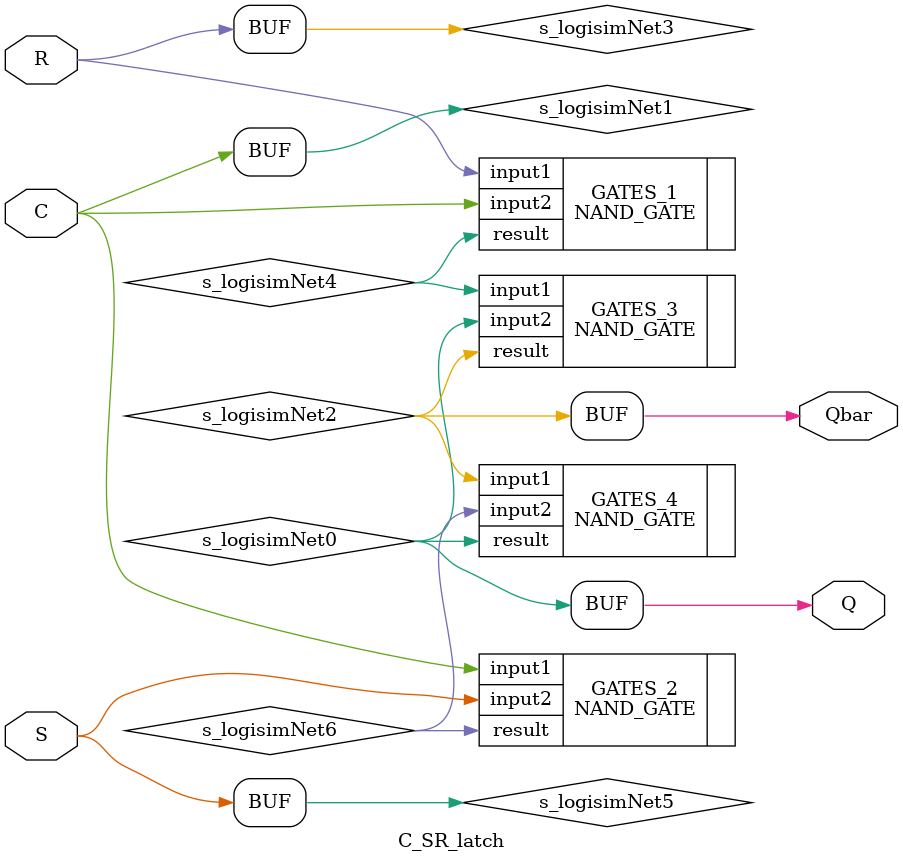
<source format=v>
/******************************************************************************
 ** Logisim-evolution goes FPGA automatic generated Verilog code             **
 ** https://github.com/logisim-evolution/                                    **
 **                                                                          **
 ** Component : C_SR_latch                                                   **
 **                                                                          **
 *****************************************************************************/

module C_SR_latch( C,
                   Q,
                   Qbar,
                   R,
                   S );

   /*******************************************************************************
   ** The inputs are defined here                                                **
   *******************************************************************************/
   input C;
   input R;
   input S;

   /*******************************************************************************
   ** The outputs are defined here                                               **
   *******************************************************************************/
   output Q;
   output Qbar;

   /*******************************************************************************
   ** The wires are defined here                                                 **
   *******************************************************************************/
   wire s_logisimNet0;
   wire s_logisimNet1;
   wire s_logisimNet2;
   wire s_logisimNet3;
   wire s_logisimNet4;
   wire s_logisimNet5;
   wire s_logisimNet6;

   /*******************************************************************************
   ** The module functionality is described here                                 **
   *******************************************************************************/

   /*******************************************************************************
   ** Here all input connections are defined                                     **
   *******************************************************************************/
   assign s_logisimNet1 = C;
   assign s_logisimNet3 = R;
   assign s_logisimNet5 = S;

   /*******************************************************************************
   ** Here all output connections are defined                                    **
   *******************************************************************************/
   assign Q    = s_logisimNet0;
   assign Qbar = s_logisimNet2;

   /*******************************************************************************
   ** Here all normal components are defined                                     **
   *******************************************************************************/
   NAND_GATE #(.BubblesMask(2'b00))
      GATES_1 (.input1(s_logisimNet3),
               .input2(s_logisimNet1),
               .result(s_logisimNet4));

   NAND_GATE #(.BubblesMask(2'b00))
      GATES_2 (.input1(s_logisimNet1),
               .input2(s_logisimNet5),
               .result(s_logisimNet6));

   NAND_GATE #(.BubblesMask(2'b00))
      GATES_3 (.input1(s_logisimNet4),
               .input2(s_logisimNet0),
               .result(s_logisimNet2));

   NAND_GATE #(.BubblesMask(2'b00))
      GATES_4 (.input1(s_logisimNet2),
               .input2(s_logisimNet6),
               .result(s_logisimNet0));


endmodule

</source>
